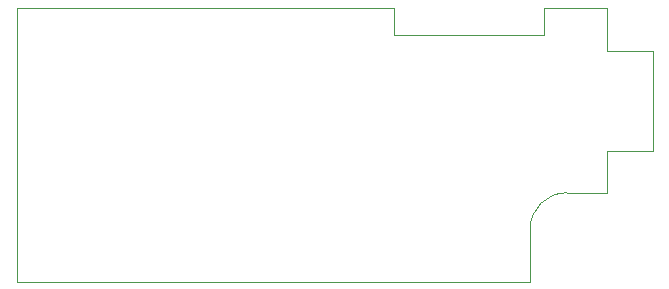
<source format=gm1>
G04 #@! TF.GenerationSoftware,KiCad,Pcbnew,5.1.5+dfsg1-2build2*
G04 #@! TF.CreationDate,2022-05-20T21:03:13-04:00*
G04 #@! TF.ProjectId,analog,616e616c-6f67-42e6-9b69-6361645f7063,rev?*
G04 #@! TF.SameCoordinates,Original*
G04 #@! TF.FileFunction,Profile,NP*
%FSLAX46Y46*%
G04 Gerber Fmt 4.6, Leading zero omitted, Abs format (unit mm)*
G04 Created by KiCad (PCBNEW 5.1.5+dfsg1-2build2) date 2022-05-20 21:03:13*
%MOMM*%
%LPD*%
G04 APERTURE LIST*
%ADD10C,0.100000*%
G04 APERTURE END LIST*
D10*
X77488600Y-43436540D02*
X81402000Y-43436540D01*
X77488600Y-34940240D02*
X81402000Y-34940240D01*
X77488600Y-31328360D02*
X77488600Y-34940240D01*
X81402000Y-34940240D02*
X81402000Y-43436540D01*
X77488600Y-43436540D02*
X77488600Y-46974760D01*
X74135799Y-46974760D02*
X77488600Y-46974760D01*
X71011181Y-50048160D02*
X71011181Y-50987961D01*
X72154600Y-31328360D02*
X77488600Y-31328360D01*
X71011600Y-54493160D02*
X71011181Y-50987961D01*
X27526800Y-54493160D02*
X71011600Y-54493160D01*
X72154600Y-33588960D02*
X72154600Y-31328360D01*
X71367200Y-33588960D02*
X72154600Y-33588960D01*
X71367200Y-33588960D02*
X59480000Y-33588960D01*
X59480000Y-33588960D02*
X59480000Y-32826960D01*
X59480000Y-31302960D02*
X59480000Y-32826960D01*
X27526800Y-31302960D02*
X59480000Y-31302960D01*
X27526800Y-31302960D02*
X27526800Y-54493160D01*
X71011181Y-50048160D02*
G75*
G02X74135799Y-46974760I3073819J1D01*
G01*
M02*

</source>
